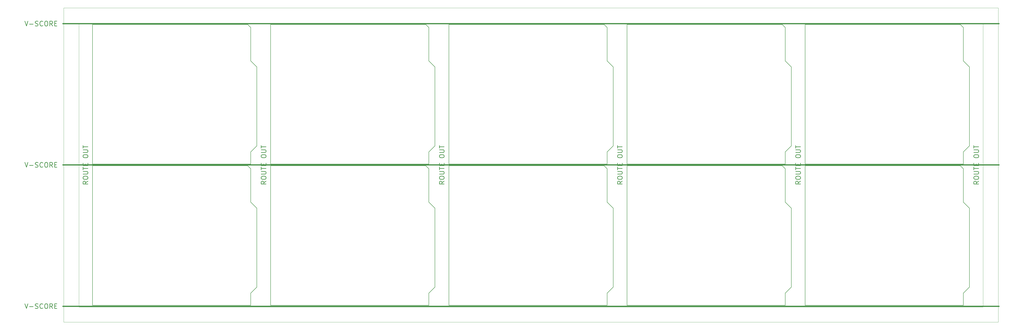
<source format=gko>
%TF.GenerationSoftware,KiCad,Pcbnew,8.0.6*%
%TF.CreationDate,2025-02-05T17:53:08-07:00*%
%TF.ProjectId,SparkFun_IoT_RedBoard-RP2350_panelized,53706172-6b46-4756-9e5f-496f545f5265,v10*%
%TF.SameCoordinates,Original*%
%TF.FileFunction,Soldermask,Bot*%
%TF.FilePolarity,Negative*%
%FSLAX46Y46*%
G04 Gerber Fmt 4.6, Leading zero omitted, Abs format (unit mm)*
G04 Created by KiCad (PCBNEW 8.0.6) date 2025-02-05 17:53:08*
%MOMM*%
%LPD*%
G01*
G04 APERTURE LIST*
%TA.AperFunction,Profile*%
%ADD10C,0.100000*%
%TD*%
%TA.AperFunction,Profile*%
%ADD11C,0.200000*%
%TD*%
%ADD12C,0.250000*%
%ADD13C,0.500000*%
G04 APERTURE END LIST*
D10*
X-5670000Y-610000D02*
X-5670000Y118130000D01*
X371710000Y-610000D02*
X-5670000Y-610000D01*
X371710000Y118130000D02*
X371710000Y-610000D01*
X-5670000Y118130000D02*
X371710000Y118130000D01*
X-12020000Y-6960000D02*
X-12020000Y124480000D01*
X378060000Y-6960000D02*
X-12020000Y-6960000D01*
X378060000Y124480000D02*
X378060000Y-6960000D01*
X-12020000Y124480000D02*
X378060000Y124480000D01*
D11*
%TO.C,H1*%
X297450000Y117530000D02*
X297450000Y59110000D01*
X297450000Y117530000D02*
X362220000Y117530000D01*
X297450000Y59110000D02*
X363490000Y59110000D01*
X362220000Y117530000D02*
X363490000Y116260000D01*
X363490000Y116260000D02*
X363490000Y102290000D01*
X363490000Y102290000D02*
X366030000Y99750000D01*
X363490000Y64190000D02*
X366030000Y66730000D01*
X363490000Y59110000D02*
X363490000Y64190000D01*
X366030000Y99750000D02*
X366030000Y66730000D01*
X297450000Y58410000D02*
X297450000Y-10000D01*
X297450000Y58410000D02*
X362220000Y58410000D01*
X297450000Y-10000D02*
X363490000Y-10000D01*
X362220000Y58410000D02*
X363490000Y57140000D01*
X363490000Y57140000D02*
X363490000Y43170000D01*
X363490000Y43170000D02*
X366030000Y40630000D01*
X363490000Y5070000D02*
X366030000Y7610000D01*
X363490000Y-10000D02*
X363490000Y5070000D01*
X366030000Y40630000D02*
X366030000Y7610000D01*
X223090000Y117530000D02*
X223090000Y59110000D01*
X223090000Y117530000D02*
X287860000Y117530000D01*
X223090000Y59110000D02*
X289130000Y59110000D01*
X287860000Y117530000D02*
X289130000Y116260000D01*
X289130000Y116260000D02*
X289130000Y102290000D01*
X289130000Y102290000D02*
X291670000Y99750000D01*
X289130000Y64190000D02*
X291670000Y66730000D01*
X289130000Y59110000D02*
X289130000Y64190000D01*
X291670000Y99750000D02*
X291670000Y66730000D01*
X223090000Y58410000D02*
X223090000Y-10000D01*
X223090000Y58410000D02*
X287860000Y58410000D01*
X223090000Y-10000D02*
X289130000Y-10000D01*
X287860000Y58410000D02*
X289130000Y57140000D01*
X289130000Y57140000D02*
X289130000Y43170000D01*
X289130000Y43170000D02*
X291670000Y40630000D01*
X289130000Y5070000D02*
X291670000Y7610000D01*
X289130000Y-10000D02*
X289130000Y5070000D01*
X291670000Y40630000D02*
X291670000Y7610000D01*
X148730000Y117530000D02*
X148730000Y59110000D01*
X148730000Y117530000D02*
X213500000Y117530000D01*
X148730000Y59110000D02*
X214770000Y59110000D01*
X213500000Y117530000D02*
X214770000Y116260000D01*
X214770000Y116260000D02*
X214770000Y102290000D01*
X214770000Y102290000D02*
X217310000Y99750000D01*
X214770000Y64190000D02*
X217310000Y66730000D01*
X214770000Y59110000D02*
X214770000Y64190000D01*
X217310000Y99750000D02*
X217310000Y66730000D01*
X148730000Y58410000D02*
X148730000Y-10000D01*
X148730000Y58410000D02*
X213500000Y58410000D01*
X148730000Y-10000D02*
X214770000Y-10000D01*
X213500000Y58410000D02*
X214770000Y57140000D01*
X214770000Y57140000D02*
X214770000Y43170000D01*
X214770000Y43170000D02*
X217310000Y40630000D01*
X214770000Y5070000D02*
X217310000Y7610000D01*
X214770000Y-10000D02*
X214770000Y5070000D01*
X217310000Y40630000D02*
X217310000Y7610000D01*
X74370000Y117530000D02*
X74370000Y59110000D01*
X74370000Y117530000D02*
X139140000Y117530000D01*
X74370000Y59110000D02*
X140410000Y59110000D01*
X139140000Y117530000D02*
X140410000Y116260000D01*
X140410000Y116260000D02*
X140410000Y102290000D01*
X140410000Y102290000D02*
X142950000Y99750000D01*
X140410000Y64190000D02*
X142950000Y66730000D01*
X140410000Y59110000D02*
X140410000Y64190000D01*
X142950000Y99750000D02*
X142950000Y66730000D01*
X74370000Y58410000D02*
X74370000Y-10000D01*
X74370000Y58410000D02*
X139140000Y58410000D01*
X74370000Y-10000D02*
X140410000Y-10000D01*
X139140000Y58410000D02*
X140410000Y57140000D01*
X140410000Y57140000D02*
X140410000Y43170000D01*
X140410000Y43170000D02*
X142950000Y40630000D01*
X140410000Y5070000D02*
X142950000Y7610000D01*
X140410000Y-10000D02*
X140410000Y5070000D01*
X142950000Y40630000D02*
X142950000Y7610000D01*
X10000Y117530000D02*
X10000Y59110000D01*
X10000Y117530000D02*
X64780000Y117530000D01*
X10000Y59110000D02*
X66050000Y59110000D01*
X64780000Y117530000D02*
X66050000Y116260000D01*
X66050000Y116260000D02*
X66050000Y102290000D01*
X66050000Y102290000D02*
X68590000Y99750000D01*
X66050000Y64190000D02*
X68590000Y66730000D01*
X66050000Y59110000D02*
X66050000Y64190000D01*
X68590000Y99750000D02*
X68590000Y66730000D01*
X10000Y58410000D02*
X10000Y-10000D01*
X10000Y58410000D02*
X64780000Y58410000D01*
X10000Y-10000D02*
X66050000Y-10000D01*
X64780000Y58410000D02*
X66050000Y57140000D01*
X66050000Y57140000D02*
X66050000Y43170000D01*
X66050000Y43170000D02*
X68590000Y40630000D01*
X66050000Y5070000D02*
X68590000Y7610000D01*
X66050000Y-10000D02*
X66050000Y5070000D01*
X68590000Y40630000D02*
X68590000Y7610000D01*
%TD*%
D12*
X369832238Y51998095D02*
X368879857Y51331428D01*
X369832238Y50855238D02*
X367832238Y50855238D01*
X367832238Y50855238D02*
X367832238Y51617143D01*
X367832238Y51617143D02*
X367927476Y51807619D01*
X367927476Y51807619D02*
X368022714Y51902857D01*
X368022714Y51902857D02*
X368213190Y51998095D01*
X368213190Y51998095D02*
X368498904Y51998095D01*
X368498904Y51998095D02*
X368689380Y51902857D01*
X368689380Y51902857D02*
X368784619Y51807619D01*
X368784619Y51807619D02*
X368879857Y51617143D01*
X368879857Y51617143D02*
X368879857Y50855238D01*
X367832238Y53236190D02*
X367832238Y53617143D01*
X367832238Y53617143D02*
X367927476Y53807619D01*
X367927476Y53807619D02*
X368117952Y53998095D01*
X368117952Y53998095D02*
X368498904Y54093333D01*
X368498904Y54093333D02*
X369165571Y54093333D01*
X369165571Y54093333D02*
X369546523Y53998095D01*
X369546523Y53998095D02*
X369737000Y53807619D01*
X369737000Y53807619D02*
X369832238Y53617143D01*
X369832238Y53617143D02*
X369832238Y53236190D01*
X369832238Y53236190D02*
X369737000Y53045714D01*
X369737000Y53045714D02*
X369546523Y52855238D01*
X369546523Y52855238D02*
X369165571Y52760000D01*
X369165571Y52760000D02*
X368498904Y52760000D01*
X368498904Y52760000D02*
X368117952Y52855238D01*
X368117952Y52855238D02*
X367927476Y53045714D01*
X367927476Y53045714D02*
X367832238Y53236190D01*
X367832238Y54950476D02*
X369451285Y54950476D01*
X369451285Y54950476D02*
X369641761Y55045714D01*
X369641761Y55045714D02*
X369737000Y55140952D01*
X369737000Y55140952D02*
X369832238Y55331428D01*
X369832238Y55331428D02*
X369832238Y55712381D01*
X369832238Y55712381D02*
X369737000Y55902857D01*
X369737000Y55902857D02*
X369641761Y55998095D01*
X369641761Y55998095D02*
X369451285Y56093333D01*
X369451285Y56093333D02*
X367832238Y56093333D01*
X367832238Y56760000D02*
X367832238Y57902857D01*
X369832238Y57331428D02*
X367832238Y57331428D01*
X368784619Y58569524D02*
X368784619Y59236191D01*
X369832238Y59521905D02*
X369832238Y58569524D01*
X369832238Y58569524D02*
X367832238Y58569524D01*
X367832238Y58569524D02*
X367832238Y59521905D01*
X367832238Y62283810D02*
X367832238Y62664763D01*
X367832238Y62664763D02*
X367927476Y62855239D01*
X367927476Y62855239D02*
X368117952Y63045715D01*
X368117952Y63045715D02*
X368498904Y63140953D01*
X368498904Y63140953D02*
X369165571Y63140953D01*
X369165571Y63140953D02*
X369546523Y63045715D01*
X369546523Y63045715D02*
X369737000Y62855239D01*
X369737000Y62855239D02*
X369832238Y62664763D01*
X369832238Y62664763D02*
X369832238Y62283810D01*
X369832238Y62283810D02*
X369737000Y62093334D01*
X369737000Y62093334D02*
X369546523Y61902858D01*
X369546523Y61902858D02*
X369165571Y61807620D01*
X369165571Y61807620D02*
X368498904Y61807620D01*
X368498904Y61807620D02*
X368117952Y61902858D01*
X368117952Y61902858D02*
X367927476Y62093334D01*
X367927476Y62093334D02*
X367832238Y62283810D01*
X367832238Y63998096D02*
X369451285Y63998096D01*
X369451285Y63998096D02*
X369641761Y64093334D01*
X369641761Y64093334D02*
X369737000Y64188572D01*
X369737000Y64188572D02*
X369832238Y64379048D01*
X369832238Y64379048D02*
X369832238Y64760001D01*
X369832238Y64760001D02*
X369737000Y64950477D01*
X369737000Y64950477D02*
X369641761Y65045715D01*
X369641761Y65045715D02*
X369451285Y65140953D01*
X369451285Y65140953D02*
X367832238Y65140953D01*
X367832238Y65807620D02*
X367832238Y66950477D01*
X369832238Y66379048D02*
X367832238Y66379048D01*
X295472238Y51998095D02*
X294519857Y51331428D01*
X295472238Y50855238D02*
X293472238Y50855238D01*
X293472238Y50855238D02*
X293472238Y51617143D01*
X293472238Y51617143D02*
X293567476Y51807619D01*
X293567476Y51807619D02*
X293662714Y51902857D01*
X293662714Y51902857D02*
X293853190Y51998095D01*
X293853190Y51998095D02*
X294138904Y51998095D01*
X294138904Y51998095D02*
X294329380Y51902857D01*
X294329380Y51902857D02*
X294424619Y51807619D01*
X294424619Y51807619D02*
X294519857Y51617143D01*
X294519857Y51617143D02*
X294519857Y50855238D01*
X293472238Y53236190D02*
X293472238Y53617143D01*
X293472238Y53617143D02*
X293567476Y53807619D01*
X293567476Y53807619D02*
X293757952Y53998095D01*
X293757952Y53998095D02*
X294138904Y54093333D01*
X294138904Y54093333D02*
X294805571Y54093333D01*
X294805571Y54093333D02*
X295186523Y53998095D01*
X295186523Y53998095D02*
X295377000Y53807619D01*
X295377000Y53807619D02*
X295472238Y53617143D01*
X295472238Y53617143D02*
X295472238Y53236190D01*
X295472238Y53236190D02*
X295377000Y53045714D01*
X295377000Y53045714D02*
X295186523Y52855238D01*
X295186523Y52855238D02*
X294805571Y52760000D01*
X294805571Y52760000D02*
X294138904Y52760000D01*
X294138904Y52760000D02*
X293757952Y52855238D01*
X293757952Y52855238D02*
X293567476Y53045714D01*
X293567476Y53045714D02*
X293472238Y53236190D01*
X293472238Y54950476D02*
X295091285Y54950476D01*
X295091285Y54950476D02*
X295281761Y55045714D01*
X295281761Y55045714D02*
X295377000Y55140952D01*
X295377000Y55140952D02*
X295472238Y55331428D01*
X295472238Y55331428D02*
X295472238Y55712381D01*
X295472238Y55712381D02*
X295377000Y55902857D01*
X295377000Y55902857D02*
X295281761Y55998095D01*
X295281761Y55998095D02*
X295091285Y56093333D01*
X295091285Y56093333D02*
X293472238Y56093333D01*
X293472238Y56760000D02*
X293472238Y57902857D01*
X295472238Y57331428D02*
X293472238Y57331428D01*
X294424619Y58569524D02*
X294424619Y59236191D01*
X295472238Y59521905D02*
X295472238Y58569524D01*
X295472238Y58569524D02*
X293472238Y58569524D01*
X293472238Y58569524D02*
X293472238Y59521905D01*
X293472238Y62283810D02*
X293472238Y62664763D01*
X293472238Y62664763D02*
X293567476Y62855239D01*
X293567476Y62855239D02*
X293757952Y63045715D01*
X293757952Y63045715D02*
X294138904Y63140953D01*
X294138904Y63140953D02*
X294805571Y63140953D01*
X294805571Y63140953D02*
X295186523Y63045715D01*
X295186523Y63045715D02*
X295377000Y62855239D01*
X295377000Y62855239D02*
X295472238Y62664763D01*
X295472238Y62664763D02*
X295472238Y62283810D01*
X295472238Y62283810D02*
X295377000Y62093334D01*
X295377000Y62093334D02*
X295186523Y61902858D01*
X295186523Y61902858D02*
X294805571Y61807620D01*
X294805571Y61807620D02*
X294138904Y61807620D01*
X294138904Y61807620D02*
X293757952Y61902858D01*
X293757952Y61902858D02*
X293567476Y62093334D01*
X293567476Y62093334D02*
X293472238Y62283810D01*
X293472238Y63998096D02*
X295091285Y63998096D01*
X295091285Y63998096D02*
X295281761Y64093334D01*
X295281761Y64093334D02*
X295377000Y64188572D01*
X295377000Y64188572D02*
X295472238Y64379048D01*
X295472238Y64379048D02*
X295472238Y64760001D01*
X295472238Y64760001D02*
X295377000Y64950477D01*
X295377000Y64950477D02*
X295281761Y65045715D01*
X295281761Y65045715D02*
X295091285Y65140953D01*
X295091285Y65140953D02*
X293472238Y65140953D01*
X293472238Y65807620D02*
X293472238Y66950477D01*
X295472238Y66379048D02*
X293472238Y66379048D01*
X221112238Y51998095D02*
X220159857Y51331428D01*
X221112238Y50855238D02*
X219112238Y50855238D01*
X219112238Y50855238D02*
X219112238Y51617143D01*
X219112238Y51617143D02*
X219207476Y51807619D01*
X219207476Y51807619D02*
X219302714Y51902857D01*
X219302714Y51902857D02*
X219493190Y51998095D01*
X219493190Y51998095D02*
X219778904Y51998095D01*
X219778904Y51998095D02*
X219969380Y51902857D01*
X219969380Y51902857D02*
X220064619Y51807619D01*
X220064619Y51807619D02*
X220159857Y51617143D01*
X220159857Y51617143D02*
X220159857Y50855238D01*
X219112238Y53236190D02*
X219112238Y53617143D01*
X219112238Y53617143D02*
X219207476Y53807619D01*
X219207476Y53807619D02*
X219397952Y53998095D01*
X219397952Y53998095D02*
X219778904Y54093333D01*
X219778904Y54093333D02*
X220445571Y54093333D01*
X220445571Y54093333D02*
X220826523Y53998095D01*
X220826523Y53998095D02*
X221017000Y53807619D01*
X221017000Y53807619D02*
X221112238Y53617143D01*
X221112238Y53617143D02*
X221112238Y53236190D01*
X221112238Y53236190D02*
X221017000Y53045714D01*
X221017000Y53045714D02*
X220826523Y52855238D01*
X220826523Y52855238D02*
X220445571Y52760000D01*
X220445571Y52760000D02*
X219778904Y52760000D01*
X219778904Y52760000D02*
X219397952Y52855238D01*
X219397952Y52855238D02*
X219207476Y53045714D01*
X219207476Y53045714D02*
X219112238Y53236190D01*
X219112238Y54950476D02*
X220731285Y54950476D01*
X220731285Y54950476D02*
X220921761Y55045714D01*
X220921761Y55045714D02*
X221017000Y55140952D01*
X221017000Y55140952D02*
X221112238Y55331428D01*
X221112238Y55331428D02*
X221112238Y55712381D01*
X221112238Y55712381D02*
X221017000Y55902857D01*
X221017000Y55902857D02*
X220921761Y55998095D01*
X220921761Y55998095D02*
X220731285Y56093333D01*
X220731285Y56093333D02*
X219112238Y56093333D01*
X219112238Y56760000D02*
X219112238Y57902857D01*
X221112238Y57331428D02*
X219112238Y57331428D01*
X220064619Y58569524D02*
X220064619Y59236191D01*
X221112238Y59521905D02*
X221112238Y58569524D01*
X221112238Y58569524D02*
X219112238Y58569524D01*
X219112238Y58569524D02*
X219112238Y59521905D01*
X219112238Y62283810D02*
X219112238Y62664763D01*
X219112238Y62664763D02*
X219207476Y62855239D01*
X219207476Y62855239D02*
X219397952Y63045715D01*
X219397952Y63045715D02*
X219778904Y63140953D01*
X219778904Y63140953D02*
X220445571Y63140953D01*
X220445571Y63140953D02*
X220826523Y63045715D01*
X220826523Y63045715D02*
X221017000Y62855239D01*
X221017000Y62855239D02*
X221112238Y62664763D01*
X221112238Y62664763D02*
X221112238Y62283810D01*
X221112238Y62283810D02*
X221017000Y62093334D01*
X221017000Y62093334D02*
X220826523Y61902858D01*
X220826523Y61902858D02*
X220445571Y61807620D01*
X220445571Y61807620D02*
X219778904Y61807620D01*
X219778904Y61807620D02*
X219397952Y61902858D01*
X219397952Y61902858D02*
X219207476Y62093334D01*
X219207476Y62093334D02*
X219112238Y62283810D01*
X219112238Y63998096D02*
X220731285Y63998096D01*
X220731285Y63998096D02*
X220921761Y64093334D01*
X220921761Y64093334D02*
X221017000Y64188572D01*
X221017000Y64188572D02*
X221112238Y64379048D01*
X221112238Y64379048D02*
X221112238Y64760001D01*
X221112238Y64760001D02*
X221017000Y64950477D01*
X221017000Y64950477D02*
X220921761Y65045715D01*
X220921761Y65045715D02*
X220731285Y65140953D01*
X220731285Y65140953D02*
X219112238Y65140953D01*
X219112238Y65807620D02*
X219112238Y66950477D01*
X221112238Y66379048D02*
X219112238Y66379048D01*
X146752238Y51998095D02*
X145799857Y51331428D01*
X146752238Y50855238D02*
X144752238Y50855238D01*
X144752238Y50855238D02*
X144752238Y51617143D01*
X144752238Y51617143D02*
X144847476Y51807619D01*
X144847476Y51807619D02*
X144942714Y51902857D01*
X144942714Y51902857D02*
X145133190Y51998095D01*
X145133190Y51998095D02*
X145418904Y51998095D01*
X145418904Y51998095D02*
X145609380Y51902857D01*
X145609380Y51902857D02*
X145704619Y51807619D01*
X145704619Y51807619D02*
X145799857Y51617143D01*
X145799857Y51617143D02*
X145799857Y50855238D01*
X144752238Y53236190D02*
X144752238Y53617143D01*
X144752238Y53617143D02*
X144847476Y53807619D01*
X144847476Y53807619D02*
X145037952Y53998095D01*
X145037952Y53998095D02*
X145418904Y54093333D01*
X145418904Y54093333D02*
X146085571Y54093333D01*
X146085571Y54093333D02*
X146466523Y53998095D01*
X146466523Y53998095D02*
X146657000Y53807619D01*
X146657000Y53807619D02*
X146752238Y53617143D01*
X146752238Y53617143D02*
X146752238Y53236190D01*
X146752238Y53236190D02*
X146657000Y53045714D01*
X146657000Y53045714D02*
X146466523Y52855238D01*
X146466523Y52855238D02*
X146085571Y52760000D01*
X146085571Y52760000D02*
X145418904Y52760000D01*
X145418904Y52760000D02*
X145037952Y52855238D01*
X145037952Y52855238D02*
X144847476Y53045714D01*
X144847476Y53045714D02*
X144752238Y53236190D01*
X144752238Y54950476D02*
X146371285Y54950476D01*
X146371285Y54950476D02*
X146561761Y55045714D01*
X146561761Y55045714D02*
X146657000Y55140952D01*
X146657000Y55140952D02*
X146752238Y55331428D01*
X146752238Y55331428D02*
X146752238Y55712381D01*
X146752238Y55712381D02*
X146657000Y55902857D01*
X146657000Y55902857D02*
X146561761Y55998095D01*
X146561761Y55998095D02*
X146371285Y56093333D01*
X146371285Y56093333D02*
X144752238Y56093333D01*
X144752238Y56760000D02*
X144752238Y57902857D01*
X146752238Y57331428D02*
X144752238Y57331428D01*
X145704619Y58569524D02*
X145704619Y59236191D01*
X146752238Y59521905D02*
X146752238Y58569524D01*
X146752238Y58569524D02*
X144752238Y58569524D01*
X144752238Y58569524D02*
X144752238Y59521905D01*
X144752238Y62283810D02*
X144752238Y62664763D01*
X144752238Y62664763D02*
X144847476Y62855239D01*
X144847476Y62855239D02*
X145037952Y63045715D01*
X145037952Y63045715D02*
X145418904Y63140953D01*
X145418904Y63140953D02*
X146085571Y63140953D01*
X146085571Y63140953D02*
X146466523Y63045715D01*
X146466523Y63045715D02*
X146657000Y62855239D01*
X146657000Y62855239D02*
X146752238Y62664763D01*
X146752238Y62664763D02*
X146752238Y62283810D01*
X146752238Y62283810D02*
X146657000Y62093334D01*
X146657000Y62093334D02*
X146466523Y61902858D01*
X146466523Y61902858D02*
X146085571Y61807620D01*
X146085571Y61807620D02*
X145418904Y61807620D01*
X145418904Y61807620D02*
X145037952Y61902858D01*
X145037952Y61902858D02*
X144847476Y62093334D01*
X144847476Y62093334D02*
X144752238Y62283810D01*
X144752238Y63998096D02*
X146371285Y63998096D01*
X146371285Y63998096D02*
X146561761Y64093334D01*
X146561761Y64093334D02*
X146657000Y64188572D01*
X146657000Y64188572D02*
X146752238Y64379048D01*
X146752238Y64379048D02*
X146752238Y64760001D01*
X146752238Y64760001D02*
X146657000Y64950477D01*
X146657000Y64950477D02*
X146561761Y65045715D01*
X146561761Y65045715D02*
X146371285Y65140953D01*
X146371285Y65140953D02*
X144752238Y65140953D01*
X144752238Y65807620D02*
X144752238Y66950477D01*
X146752238Y66379048D02*
X144752238Y66379048D01*
X72392238Y51998095D02*
X71439857Y51331428D01*
X72392238Y50855238D02*
X70392238Y50855238D01*
X70392238Y50855238D02*
X70392238Y51617143D01*
X70392238Y51617143D02*
X70487476Y51807619D01*
X70487476Y51807619D02*
X70582714Y51902857D01*
X70582714Y51902857D02*
X70773190Y51998095D01*
X70773190Y51998095D02*
X71058904Y51998095D01*
X71058904Y51998095D02*
X71249380Y51902857D01*
X71249380Y51902857D02*
X71344619Y51807619D01*
X71344619Y51807619D02*
X71439857Y51617143D01*
X71439857Y51617143D02*
X71439857Y50855238D01*
X70392238Y53236190D02*
X70392238Y53617143D01*
X70392238Y53617143D02*
X70487476Y53807619D01*
X70487476Y53807619D02*
X70677952Y53998095D01*
X70677952Y53998095D02*
X71058904Y54093333D01*
X71058904Y54093333D02*
X71725571Y54093333D01*
X71725571Y54093333D02*
X72106523Y53998095D01*
X72106523Y53998095D02*
X72297000Y53807619D01*
X72297000Y53807619D02*
X72392238Y53617143D01*
X72392238Y53617143D02*
X72392238Y53236190D01*
X72392238Y53236190D02*
X72297000Y53045714D01*
X72297000Y53045714D02*
X72106523Y52855238D01*
X72106523Y52855238D02*
X71725571Y52760000D01*
X71725571Y52760000D02*
X71058904Y52760000D01*
X71058904Y52760000D02*
X70677952Y52855238D01*
X70677952Y52855238D02*
X70487476Y53045714D01*
X70487476Y53045714D02*
X70392238Y53236190D01*
X70392238Y54950476D02*
X72011285Y54950476D01*
X72011285Y54950476D02*
X72201761Y55045714D01*
X72201761Y55045714D02*
X72297000Y55140952D01*
X72297000Y55140952D02*
X72392238Y55331428D01*
X72392238Y55331428D02*
X72392238Y55712381D01*
X72392238Y55712381D02*
X72297000Y55902857D01*
X72297000Y55902857D02*
X72201761Y55998095D01*
X72201761Y55998095D02*
X72011285Y56093333D01*
X72011285Y56093333D02*
X70392238Y56093333D01*
X70392238Y56760000D02*
X70392238Y57902857D01*
X72392238Y57331428D02*
X70392238Y57331428D01*
X71344619Y58569524D02*
X71344619Y59236191D01*
X72392238Y59521905D02*
X72392238Y58569524D01*
X72392238Y58569524D02*
X70392238Y58569524D01*
X70392238Y58569524D02*
X70392238Y59521905D01*
X70392238Y62283810D02*
X70392238Y62664763D01*
X70392238Y62664763D02*
X70487476Y62855239D01*
X70487476Y62855239D02*
X70677952Y63045715D01*
X70677952Y63045715D02*
X71058904Y63140953D01*
X71058904Y63140953D02*
X71725571Y63140953D01*
X71725571Y63140953D02*
X72106523Y63045715D01*
X72106523Y63045715D02*
X72297000Y62855239D01*
X72297000Y62855239D02*
X72392238Y62664763D01*
X72392238Y62664763D02*
X72392238Y62283810D01*
X72392238Y62283810D02*
X72297000Y62093334D01*
X72297000Y62093334D02*
X72106523Y61902858D01*
X72106523Y61902858D02*
X71725571Y61807620D01*
X71725571Y61807620D02*
X71058904Y61807620D01*
X71058904Y61807620D02*
X70677952Y61902858D01*
X70677952Y61902858D02*
X70487476Y62093334D01*
X70487476Y62093334D02*
X70392238Y62283810D01*
X70392238Y63998096D02*
X72011285Y63998096D01*
X72011285Y63998096D02*
X72201761Y64093334D01*
X72201761Y64093334D02*
X72297000Y64188572D01*
X72297000Y64188572D02*
X72392238Y64379048D01*
X72392238Y64379048D02*
X72392238Y64760001D01*
X72392238Y64760001D02*
X72297000Y64950477D01*
X72297000Y64950477D02*
X72201761Y65045715D01*
X72201761Y65045715D02*
X72011285Y65140953D01*
X72011285Y65140953D02*
X70392238Y65140953D01*
X70392238Y65807620D02*
X70392238Y66950477D01*
X72392238Y66379048D02*
X70392238Y66379048D01*
X-1967762Y51998095D02*
X-2920143Y51331428D01*
X-1967762Y50855238D02*
X-3967762Y50855238D01*
X-3967762Y50855238D02*
X-3967762Y51617143D01*
X-3967762Y51617143D02*
X-3872524Y51807619D01*
X-3872524Y51807619D02*
X-3777286Y51902857D01*
X-3777286Y51902857D02*
X-3586810Y51998095D01*
X-3586810Y51998095D02*
X-3301096Y51998095D01*
X-3301096Y51998095D02*
X-3110620Y51902857D01*
X-3110620Y51902857D02*
X-3015381Y51807619D01*
X-3015381Y51807619D02*
X-2920143Y51617143D01*
X-2920143Y51617143D02*
X-2920143Y50855238D01*
X-3967762Y53236190D02*
X-3967762Y53617143D01*
X-3967762Y53617143D02*
X-3872524Y53807619D01*
X-3872524Y53807619D02*
X-3682048Y53998095D01*
X-3682048Y53998095D02*
X-3301096Y54093333D01*
X-3301096Y54093333D02*
X-2634429Y54093333D01*
X-2634429Y54093333D02*
X-2253477Y53998095D01*
X-2253477Y53998095D02*
X-2063000Y53807619D01*
X-2063000Y53807619D02*
X-1967762Y53617143D01*
X-1967762Y53617143D02*
X-1967762Y53236190D01*
X-1967762Y53236190D02*
X-2063000Y53045714D01*
X-2063000Y53045714D02*
X-2253477Y52855238D01*
X-2253477Y52855238D02*
X-2634429Y52760000D01*
X-2634429Y52760000D02*
X-3301096Y52760000D01*
X-3301096Y52760000D02*
X-3682048Y52855238D01*
X-3682048Y52855238D02*
X-3872524Y53045714D01*
X-3872524Y53045714D02*
X-3967762Y53236190D01*
X-3967762Y54950476D02*
X-2348715Y54950476D01*
X-2348715Y54950476D02*
X-2158239Y55045714D01*
X-2158239Y55045714D02*
X-2063000Y55140952D01*
X-2063000Y55140952D02*
X-1967762Y55331428D01*
X-1967762Y55331428D02*
X-1967762Y55712381D01*
X-1967762Y55712381D02*
X-2063000Y55902857D01*
X-2063000Y55902857D02*
X-2158239Y55998095D01*
X-2158239Y55998095D02*
X-2348715Y56093333D01*
X-2348715Y56093333D02*
X-3967762Y56093333D01*
X-3967762Y56760000D02*
X-3967762Y57902857D01*
X-1967762Y57331428D02*
X-3967762Y57331428D01*
X-3015381Y58569524D02*
X-3015381Y59236191D01*
X-1967762Y59521905D02*
X-1967762Y58569524D01*
X-1967762Y58569524D02*
X-3967762Y58569524D01*
X-3967762Y58569524D02*
X-3967762Y59521905D01*
X-3967762Y62283810D02*
X-3967762Y62664763D01*
X-3967762Y62664763D02*
X-3872524Y62855239D01*
X-3872524Y62855239D02*
X-3682048Y63045715D01*
X-3682048Y63045715D02*
X-3301096Y63140953D01*
X-3301096Y63140953D02*
X-2634429Y63140953D01*
X-2634429Y63140953D02*
X-2253477Y63045715D01*
X-2253477Y63045715D02*
X-2063000Y62855239D01*
X-2063000Y62855239D02*
X-1967762Y62664763D01*
X-1967762Y62664763D02*
X-1967762Y62283810D01*
X-1967762Y62283810D02*
X-2063000Y62093334D01*
X-2063000Y62093334D02*
X-2253477Y61902858D01*
X-2253477Y61902858D02*
X-2634429Y61807620D01*
X-2634429Y61807620D02*
X-3301096Y61807620D01*
X-3301096Y61807620D02*
X-3682048Y61902858D01*
X-3682048Y61902858D02*
X-3872524Y62093334D01*
X-3872524Y62093334D02*
X-3967762Y62283810D01*
X-3967762Y63998096D02*
X-2348715Y63998096D01*
X-2348715Y63998096D02*
X-2158239Y64093334D01*
X-2158239Y64093334D02*
X-2063000Y64188572D01*
X-2063000Y64188572D02*
X-1967762Y64379048D01*
X-1967762Y64379048D02*
X-1967762Y64760001D01*
X-1967762Y64760001D02*
X-2063000Y64950477D01*
X-2063000Y64950477D02*
X-2158239Y65045715D01*
X-2158239Y65045715D02*
X-2348715Y65140953D01*
X-2348715Y65140953D02*
X-3967762Y65140953D01*
X-3967762Y65807620D02*
X-3967762Y66950477D01*
X-1967762Y66379048D02*
X-3967762Y66379048D01*
X-28293997Y727762D02*
X-27627331Y-1272238D01*
X-27627331Y-1272238D02*
X-26960664Y727762D01*
X-26293997Y-510333D02*
X-24770187Y-510333D01*
X-23913045Y-1177000D02*
X-23627331Y-1272238D01*
X-23627331Y-1272238D02*
X-23151140Y-1272238D01*
X-23151140Y-1272238D02*
X-22960664Y-1177000D01*
X-22960664Y-1177000D02*
X-22865426Y-1081761D01*
X-22865426Y-1081761D02*
X-22770188Y-891285D01*
X-22770188Y-891285D02*
X-22770188Y-700809D01*
X-22770188Y-700809D02*
X-22865426Y-510333D01*
X-22865426Y-510333D02*
X-22960664Y-415095D01*
X-22960664Y-415095D02*
X-23151140Y-319857D01*
X-23151140Y-319857D02*
X-23532093Y-224619D01*
X-23532093Y-224619D02*
X-23722569Y-129380D01*
X-23722569Y-129380D02*
X-23817807Y-34142D01*
X-23817807Y-34142D02*
X-23913045Y156334D01*
X-23913045Y156334D02*
X-23913045Y346810D01*
X-23913045Y346810D02*
X-23817807Y537286D01*
X-23817807Y537286D02*
X-23722569Y632524D01*
X-23722569Y632524D02*
X-23532093Y727762D01*
X-23532093Y727762D02*
X-23055902Y727762D01*
X-23055902Y727762D02*
X-22770188Y632524D01*
X-20770188Y-1081761D02*
X-20865426Y-1177000D01*
X-20865426Y-1177000D02*
X-21151140Y-1272238D01*
X-21151140Y-1272238D02*
X-21341616Y-1272238D01*
X-21341616Y-1272238D02*
X-21627331Y-1177000D01*
X-21627331Y-1177000D02*
X-21817807Y-986523D01*
X-21817807Y-986523D02*
X-21913045Y-796047D01*
X-21913045Y-796047D02*
X-22008283Y-415095D01*
X-22008283Y-415095D02*
X-22008283Y-129380D01*
X-22008283Y-129380D02*
X-21913045Y251572D01*
X-21913045Y251572D02*
X-21817807Y442048D01*
X-21817807Y442048D02*
X-21627331Y632524D01*
X-21627331Y632524D02*
X-21341616Y727762D01*
X-21341616Y727762D02*
X-21151140Y727762D01*
X-21151140Y727762D02*
X-20865426Y632524D01*
X-20865426Y632524D02*
X-20770188Y537286D01*
X-19532093Y727762D02*
X-19151140Y727762D01*
X-19151140Y727762D02*
X-18960664Y632524D01*
X-18960664Y632524D02*
X-18770188Y442048D01*
X-18770188Y442048D02*
X-18674950Y61096D01*
X-18674950Y61096D02*
X-18674950Y-605571D01*
X-18674950Y-605571D02*
X-18770188Y-986523D01*
X-18770188Y-986523D02*
X-18960664Y-1177000D01*
X-18960664Y-1177000D02*
X-19151140Y-1272238D01*
X-19151140Y-1272238D02*
X-19532093Y-1272238D01*
X-19532093Y-1272238D02*
X-19722569Y-1177000D01*
X-19722569Y-1177000D02*
X-19913045Y-986523D01*
X-19913045Y-986523D02*
X-20008283Y-605571D01*
X-20008283Y-605571D02*
X-20008283Y61096D01*
X-20008283Y61096D02*
X-19913045Y442048D01*
X-19913045Y442048D02*
X-19722569Y632524D01*
X-19722569Y632524D02*
X-19532093Y727762D01*
X-16674950Y-1272238D02*
X-17341617Y-319857D01*
X-17817807Y-1272238D02*
X-17817807Y727762D01*
X-17817807Y727762D02*
X-17055902Y727762D01*
X-17055902Y727762D02*
X-16865426Y632524D01*
X-16865426Y632524D02*
X-16770188Y537286D01*
X-16770188Y537286D02*
X-16674950Y346810D01*
X-16674950Y346810D02*
X-16674950Y61096D01*
X-16674950Y61096D02*
X-16770188Y-129380D01*
X-16770188Y-129380D02*
X-16865426Y-224619D01*
X-16865426Y-224619D02*
X-17055902Y-319857D01*
X-17055902Y-319857D02*
X-17817807Y-319857D01*
X-15817807Y-224619D02*
X-15151140Y-224619D01*
X-14865426Y-1272238D02*
X-15817807Y-1272238D01*
X-15817807Y-1272238D02*
X-15817807Y727762D01*
X-15817807Y727762D02*
X-14865426Y727762D01*
D13*
X-12320000Y-360000D02*
X378360000Y-360000D01*
D12*
X-28293997Y59847762D02*
X-27627331Y57847762D01*
X-27627331Y57847762D02*
X-26960664Y59847762D01*
X-26293997Y58609667D02*
X-24770187Y58609667D01*
X-23913045Y57943000D02*
X-23627331Y57847762D01*
X-23627331Y57847762D02*
X-23151140Y57847762D01*
X-23151140Y57847762D02*
X-22960664Y57943000D01*
X-22960664Y57943000D02*
X-22865426Y58038239D01*
X-22865426Y58038239D02*
X-22770188Y58228715D01*
X-22770188Y58228715D02*
X-22770188Y58419191D01*
X-22770188Y58419191D02*
X-22865426Y58609667D01*
X-22865426Y58609667D02*
X-22960664Y58704905D01*
X-22960664Y58704905D02*
X-23151140Y58800143D01*
X-23151140Y58800143D02*
X-23532093Y58895381D01*
X-23532093Y58895381D02*
X-23722569Y58990620D01*
X-23722569Y58990620D02*
X-23817807Y59085858D01*
X-23817807Y59085858D02*
X-23913045Y59276334D01*
X-23913045Y59276334D02*
X-23913045Y59466810D01*
X-23913045Y59466810D02*
X-23817807Y59657286D01*
X-23817807Y59657286D02*
X-23722569Y59752524D01*
X-23722569Y59752524D02*
X-23532093Y59847762D01*
X-23532093Y59847762D02*
X-23055902Y59847762D01*
X-23055902Y59847762D02*
X-22770188Y59752524D01*
X-20770188Y58038239D02*
X-20865426Y57943000D01*
X-20865426Y57943000D02*
X-21151140Y57847762D01*
X-21151140Y57847762D02*
X-21341616Y57847762D01*
X-21341616Y57847762D02*
X-21627331Y57943000D01*
X-21627331Y57943000D02*
X-21817807Y58133477D01*
X-21817807Y58133477D02*
X-21913045Y58323953D01*
X-21913045Y58323953D02*
X-22008283Y58704905D01*
X-22008283Y58704905D02*
X-22008283Y58990620D01*
X-22008283Y58990620D02*
X-21913045Y59371572D01*
X-21913045Y59371572D02*
X-21817807Y59562048D01*
X-21817807Y59562048D02*
X-21627331Y59752524D01*
X-21627331Y59752524D02*
X-21341616Y59847762D01*
X-21341616Y59847762D02*
X-21151140Y59847762D01*
X-21151140Y59847762D02*
X-20865426Y59752524D01*
X-20865426Y59752524D02*
X-20770188Y59657286D01*
X-19532093Y59847762D02*
X-19151140Y59847762D01*
X-19151140Y59847762D02*
X-18960664Y59752524D01*
X-18960664Y59752524D02*
X-18770188Y59562048D01*
X-18770188Y59562048D02*
X-18674950Y59181096D01*
X-18674950Y59181096D02*
X-18674950Y58514429D01*
X-18674950Y58514429D02*
X-18770188Y58133477D01*
X-18770188Y58133477D02*
X-18960664Y57943000D01*
X-18960664Y57943000D02*
X-19151140Y57847762D01*
X-19151140Y57847762D02*
X-19532093Y57847762D01*
X-19532093Y57847762D02*
X-19722569Y57943000D01*
X-19722569Y57943000D02*
X-19913045Y58133477D01*
X-19913045Y58133477D02*
X-20008283Y58514429D01*
X-20008283Y58514429D02*
X-20008283Y59181096D01*
X-20008283Y59181096D02*
X-19913045Y59562048D01*
X-19913045Y59562048D02*
X-19722569Y59752524D01*
X-19722569Y59752524D02*
X-19532093Y59847762D01*
X-16674950Y57847762D02*
X-17341617Y58800143D01*
X-17817807Y57847762D02*
X-17817807Y59847762D01*
X-17817807Y59847762D02*
X-17055902Y59847762D01*
X-17055902Y59847762D02*
X-16865426Y59752524D01*
X-16865426Y59752524D02*
X-16770188Y59657286D01*
X-16770188Y59657286D02*
X-16674950Y59466810D01*
X-16674950Y59466810D02*
X-16674950Y59181096D01*
X-16674950Y59181096D02*
X-16770188Y58990620D01*
X-16770188Y58990620D02*
X-16865426Y58895381D01*
X-16865426Y58895381D02*
X-17055902Y58800143D01*
X-17055902Y58800143D02*
X-17817807Y58800143D01*
X-15817807Y58895381D02*
X-15151140Y58895381D01*
X-14865426Y57847762D02*
X-15817807Y57847762D01*
X-15817807Y57847762D02*
X-15817807Y59847762D01*
X-15817807Y59847762D02*
X-14865426Y59847762D01*
D13*
X-12320000Y58760000D02*
X378360000Y58760000D01*
D12*
X-28293997Y118967762D02*
X-27627331Y116967762D01*
X-27627331Y116967762D02*
X-26960664Y118967762D01*
X-26293997Y117729667D02*
X-24770187Y117729667D01*
X-23913045Y117063000D02*
X-23627331Y116967762D01*
X-23627331Y116967762D02*
X-23151140Y116967762D01*
X-23151140Y116967762D02*
X-22960664Y117063000D01*
X-22960664Y117063000D02*
X-22865426Y117158239D01*
X-22865426Y117158239D02*
X-22770188Y117348715D01*
X-22770188Y117348715D02*
X-22770188Y117539191D01*
X-22770188Y117539191D02*
X-22865426Y117729667D01*
X-22865426Y117729667D02*
X-22960664Y117824905D01*
X-22960664Y117824905D02*
X-23151140Y117920143D01*
X-23151140Y117920143D02*
X-23532093Y118015381D01*
X-23532093Y118015381D02*
X-23722569Y118110620D01*
X-23722569Y118110620D02*
X-23817807Y118205858D01*
X-23817807Y118205858D02*
X-23913045Y118396334D01*
X-23913045Y118396334D02*
X-23913045Y118586810D01*
X-23913045Y118586810D02*
X-23817807Y118777286D01*
X-23817807Y118777286D02*
X-23722569Y118872524D01*
X-23722569Y118872524D02*
X-23532093Y118967762D01*
X-23532093Y118967762D02*
X-23055902Y118967762D01*
X-23055902Y118967762D02*
X-22770188Y118872524D01*
X-20770188Y117158239D02*
X-20865426Y117063000D01*
X-20865426Y117063000D02*
X-21151140Y116967762D01*
X-21151140Y116967762D02*
X-21341616Y116967762D01*
X-21341616Y116967762D02*
X-21627331Y117063000D01*
X-21627331Y117063000D02*
X-21817807Y117253477D01*
X-21817807Y117253477D02*
X-21913045Y117443953D01*
X-21913045Y117443953D02*
X-22008283Y117824905D01*
X-22008283Y117824905D02*
X-22008283Y118110620D01*
X-22008283Y118110620D02*
X-21913045Y118491572D01*
X-21913045Y118491572D02*
X-21817807Y118682048D01*
X-21817807Y118682048D02*
X-21627331Y118872524D01*
X-21627331Y118872524D02*
X-21341616Y118967762D01*
X-21341616Y118967762D02*
X-21151140Y118967762D01*
X-21151140Y118967762D02*
X-20865426Y118872524D01*
X-20865426Y118872524D02*
X-20770188Y118777286D01*
X-19532093Y118967762D02*
X-19151140Y118967762D01*
X-19151140Y118967762D02*
X-18960664Y118872524D01*
X-18960664Y118872524D02*
X-18770188Y118682048D01*
X-18770188Y118682048D02*
X-18674950Y118301096D01*
X-18674950Y118301096D02*
X-18674950Y117634429D01*
X-18674950Y117634429D02*
X-18770188Y117253477D01*
X-18770188Y117253477D02*
X-18960664Y117063000D01*
X-18960664Y117063000D02*
X-19151140Y116967762D01*
X-19151140Y116967762D02*
X-19532093Y116967762D01*
X-19532093Y116967762D02*
X-19722569Y117063000D01*
X-19722569Y117063000D02*
X-19913045Y117253477D01*
X-19913045Y117253477D02*
X-20008283Y117634429D01*
X-20008283Y117634429D02*
X-20008283Y118301096D01*
X-20008283Y118301096D02*
X-19913045Y118682048D01*
X-19913045Y118682048D02*
X-19722569Y118872524D01*
X-19722569Y118872524D02*
X-19532093Y118967762D01*
X-16674950Y116967762D02*
X-17341617Y117920143D01*
X-17817807Y116967762D02*
X-17817807Y118967762D01*
X-17817807Y118967762D02*
X-17055902Y118967762D01*
X-17055902Y118967762D02*
X-16865426Y118872524D01*
X-16865426Y118872524D02*
X-16770188Y118777286D01*
X-16770188Y118777286D02*
X-16674950Y118586810D01*
X-16674950Y118586810D02*
X-16674950Y118301096D01*
X-16674950Y118301096D02*
X-16770188Y118110620D01*
X-16770188Y118110620D02*
X-16865426Y118015381D01*
X-16865426Y118015381D02*
X-17055902Y117920143D01*
X-17055902Y117920143D02*
X-17817807Y117920143D01*
X-15817807Y118015381D02*
X-15151140Y118015381D01*
X-14865426Y116967762D02*
X-15817807Y116967762D01*
X-15817807Y116967762D02*
X-15817807Y118967762D01*
X-15817807Y118967762D02*
X-14865426Y118967762D01*
D13*
X-12320000Y117880000D02*
X378360000Y117880000D01*
M02*

</source>
